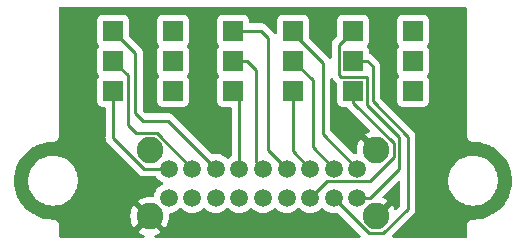
<source format=gbr>
%TF.GenerationSoftware,KiCad,Pcbnew,(6.0.0)*%
%TF.CreationDate,2022-01-24T18:04:17-05:00*%
%TF.ProjectId,3do switch,33646f20-7377-4697-9463-682e6b696361,rev?*%
%TF.SameCoordinates,Original*%
%TF.FileFunction,Copper,L1,Top*%
%TF.FilePolarity,Positive*%
%FSLAX46Y46*%
G04 Gerber Fmt 4.6, Leading zero omitted, Abs format (unit mm)*
G04 Created by KiCad (PCBNEW (6.0.0)) date 2022-01-24 18:04:17*
%MOMM*%
%LPD*%
G01*
G04 APERTURE LIST*
%TA.AperFunction,ComponentPad*%
%ADD10R,1.700000X1.700000*%
%TD*%
%TA.AperFunction,ComponentPad*%
%ADD11C,1.500000*%
%TD*%
%TA.AperFunction,ComponentPad*%
%ADD12C,2.250000*%
%TD*%
%TA.AperFunction,Conductor*%
%ADD13C,0.250000*%
%TD*%
G04 APERTURE END LIST*
D10*
%TO.P,J7,1,Pin_1*%
%TO.N,Net-(J7-Pad1)*%
X152400000Y-91440000D03*
%TD*%
%TO.P,J2,1,Pin_1*%
%TO.N,Net-(J2-Pad1)*%
X137160000Y-88900000D03*
%TD*%
%TO.P,J18,1,Pin_1*%
%TO.N,Net-(J18-Pad1)*%
X157480000Y-86360000D03*
%TD*%
%TO.P,J8,1,Pin_1*%
%TO.N,Net-(J8-Pad1)*%
X152400000Y-88900000D03*
%TD*%
%TO.P,J10,1,Pin_1*%
%TO.N,Net-(J10-Pad1)*%
X142240000Y-91440000D03*
%TD*%
%TO.P,J6,1,Pin_1*%
%TO.N,Net-(J6-Pad1)*%
X147320000Y-86360000D03*
%TD*%
%TO.P,J3,1,Pin_1*%
%TO.N,Net-(J3-Pad1)*%
X137160000Y-86360000D03*
%TD*%
%TO.P,J9,1,Pin_1*%
%TO.N,Net-(J9-Pad1)*%
X152400000Y-86360000D03*
%TD*%
%TO.P,J15,1,Pin_1*%
%TO.N,Net-(J15-Pad1)*%
X162560000Y-86360000D03*
%TD*%
%TO.P,J16,1,Pin_1*%
%TO.N,Net-(J16-Pad1)*%
X157480000Y-91440000D03*
%TD*%
%TO.P,J17,1,Pin_1*%
%TO.N,Net-(J17-Pad1)*%
X157480000Y-88900000D03*
%TD*%
%TO.P,J5,1,Pin_1*%
%TO.N,Net-(J5-Pad1)*%
X147320000Y-88900000D03*
%TD*%
%TO.P,J1,1,Pin_1*%
%TO.N,Net-(J1-Pad1)*%
X137160000Y-91440000D03*
%TD*%
%TO.P,J14,1,Pin_1*%
%TO.N,Net-(J14-Pad1)*%
X162560000Y-88900000D03*
%TD*%
D11*
%TO.P,S1,1,NC_1*%
%TO.N,Net-(J1-Pad1)*%
X141860000Y-98030000D03*
%TO.P,S1,2,COM_1*%
%TO.N,Net-(J2-Pad1)*%
X143860000Y-98030000D03*
%TO.P,S1,3,NO_1*%
%TO.N,Net-(J3-Pad1)*%
X145860000Y-98030000D03*
%TO.P,S1,4,NC_2*%
%TO.N,Net-(J4-Pad1)*%
X147860000Y-98030000D03*
%TO.P,S1,5,COM_2*%
%TO.N,Net-(J5-Pad1)*%
X149860000Y-98030000D03*
%TO.P,S1,6,NO_2*%
%TO.N,Net-(J6-Pad1)*%
X151860000Y-98030000D03*
%TO.P,S1,7,NC_3*%
%TO.N,Net-(J7-Pad1)*%
X153860000Y-98030000D03*
%TO.P,S1,8,COM_3*%
%TO.N,Net-(J8-Pad1)*%
X155860000Y-98030000D03*
%TO.P,S1,9,NO_3*%
%TO.N,Net-(J9-Pad1)*%
X157860000Y-98030000D03*
%TO.P,S1,10,NC_4*%
%TO.N,Net-(J10-Pad1)*%
X141860000Y-100530000D03*
%TO.P,S1,11,COM_4*%
%TO.N,Net-(J11-Pad1)*%
X143860000Y-100530000D03*
%TO.P,S1,12,NO_4*%
%TO.N,Net-(J12-Pad1)*%
X145860000Y-100530000D03*
%TO.P,S1,13,NC_5*%
%TO.N,Net-(J13-Pad1)*%
X147860000Y-100530000D03*
%TO.P,S1,14,COM_5*%
%TO.N,Net-(J14-Pad1)*%
X149860000Y-100530000D03*
%TO.P,S1,15,NO_5*%
%TO.N,Net-(J15-Pad1)*%
X151860000Y-100530000D03*
%TO.P,S1,16,NC_6*%
%TO.N,Net-(J16-Pad1)*%
X153860000Y-100530000D03*
%TO.P,S1,17,COM_6*%
%TO.N,Net-(J17-Pad1)*%
X155860000Y-100530000D03*
%TO.P,S1,18,NO_6*%
%TO.N,Net-(J18-Pad1)*%
X157860000Y-100530000D03*
D12*
%TO.P,S1,MH1,MH1*%
%TO.N,GND*%
X140260000Y-96480000D03*
%TO.P,S1,MH2,MH2*%
X159460000Y-96480000D03*
%TO.P,S1,MH3,MH3*%
X140260000Y-102080000D03*
%TO.P,S1,MH4,MH4*%
X159460000Y-102080000D03*
%TD*%
D10*
%TO.P,J13,1,Pin_1*%
%TO.N,Net-(J13-Pad1)*%
X162560000Y-91440000D03*
%TD*%
%TO.P,J12,1,Pin_1*%
%TO.N,Net-(J12-Pad1)*%
X142240000Y-86360000D03*
%TD*%
%TO.P,J4,1,Pin_1*%
%TO.N,Net-(J4-Pad1)*%
X147320000Y-91440000D03*
%TD*%
%TO.P,J11,1,Pin_1*%
%TO.N,Net-(J11-Pad1)*%
X142240000Y-88900000D03*
%TD*%
D13*
%TO.N,Net-(J1-Pad1)*%
X141860000Y-98030000D02*
X139760081Y-98030000D01*
X139760081Y-98030000D02*
X137160000Y-95429919D01*
X137160000Y-95429919D02*
X137160000Y-91440000D01*
%TO.N,Net-(J2-Pad1)*%
X138404600Y-94335600D02*
X138404600Y-90144600D01*
X138404600Y-90144600D02*
X137160000Y-88900000D01*
X139099489Y-95030489D02*
X138404600Y-94335600D01*
X140860489Y-95030489D02*
X139099489Y-95030489D01*
X143860000Y-98030000D02*
X140860489Y-95030489D01*
%TO.N,Net-(J3-Pad1)*%
X145860000Y-98030000D02*
X141810000Y-93980000D01*
X139674600Y-93980000D02*
X139039600Y-93345000D01*
X139039600Y-93345000D02*
X139039600Y-88239600D01*
X139039600Y-88239600D02*
X137160000Y-86360000D01*
X141810000Y-93980000D02*
X139674600Y-93980000D01*
%TO.N,Net-(J4-Pad1)*%
X147860000Y-91980000D02*
X147320000Y-91440000D01*
X147860000Y-98030000D02*
X147860000Y-91980000D01*
%TO.N,Net-(J5-Pad1)*%
X148463000Y-88900000D02*
X149225000Y-89662000D01*
X149225000Y-97395000D02*
X149860000Y-98030000D01*
X147320000Y-88900000D02*
X148463000Y-88900000D01*
X149225000Y-89662000D02*
X149225000Y-97395000D01*
%TO.N,Net-(J6-Pad1)*%
X149682200Y-86360000D02*
X147320000Y-86360000D01*
X150291800Y-86969600D02*
X149682200Y-86360000D01*
X150291800Y-96461800D02*
X150291800Y-86969600D01*
X151860000Y-98030000D02*
X150291800Y-96461800D01*
%TO.N,Net-(J7-Pad1)*%
X153860000Y-98030000D02*
X152400000Y-96570000D01*
X152400000Y-96570000D02*
X152400000Y-91440000D01*
%TO.N,Net-(J8-Pad1)*%
X154051000Y-96221000D02*
X154051000Y-90551000D01*
X154051000Y-90551000D02*
X152400000Y-88900000D01*
X155860000Y-98030000D02*
X154051000Y-96221000D01*
%TO.N,Net-(J9-Pad1)*%
X152400000Y-86550978D02*
X152400000Y-86360000D01*
X154914600Y-95084600D02*
X154914600Y-89065578D01*
X157860000Y-98030000D02*
X154914600Y-95084600D01*
X154914600Y-89065578D02*
X152400000Y-86550978D01*
%TO.N,Net-(J16-Pad1)*%
X160909511Y-97080408D02*
X160909511Y-95879592D01*
X160909511Y-95879592D02*
X157480000Y-92450081D01*
X157480000Y-92450081D02*
X157480000Y-91440000D01*
X155285489Y-99104511D02*
X158885408Y-99104511D01*
X158885408Y-99104511D02*
X160909511Y-97080408D01*
X153860000Y-100530000D02*
X155285489Y-99104511D01*
%TO.N,Net-(J17-Pad1)*%
X159131000Y-92329000D02*
X159131000Y-89382600D01*
X160060408Y-103529511D02*
X162128200Y-101461719D01*
X162128200Y-101461719D02*
X162128200Y-95326200D01*
X158648400Y-88900000D02*
X157480000Y-88900000D01*
X158859511Y-103529511D02*
X160060408Y-103529511D01*
X162128200Y-95326200D02*
X159131000Y-92329000D01*
X155860000Y-100530000D02*
X158859511Y-103529511D01*
X159131000Y-89382600D02*
X158648400Y-88900000D01*
%TO.N,Net-(J18-Pad1)*%
X158920660Y-100530000D02*
X161359031Y-98091629D01*
X156305489Y-90074511D02*
X156305489Y-87534511D01*
X156305489Y-87534511D02*
X157480000Y-86360000D01*
X158654511Y-90265489D02*
X156496467Y-90265489D01*
X157860000Y-100530000D02*
X158920660Y-100530000D01*
X158654511Y-92690711D02*
X158654511Y-90265489D01*
X156496467Y-90265489D02*
X156305489Y-90074511D01*
X161359031Y-98091629D02*
X161359031Y-95395231D01*
X161359031Y-95395231D02*
X158654511Y-92690711D01*
%TD*%
%TA.AperFunction,Conductor*%
%TO.N,GND*%
G36*
X167074121Y-84348002D02*
G01*
X167120614Y-84401658D01*
X167132000Y-84454000D01*
X167132000Y-95241298D01*
X167131998Y-95242068D01*
X167131524Y-95319652D01*
X167133990Y-95328281D01*
X167133991Y-95328286D01*
X167139639Y-95348048D01*
X167143217Y-95364809D01*
X167146130Y-95385152D01*
X167146133Y-95385162D01*
X167147405Y-95394045D01*
X167158021Y-95417395D01*
X167164464Y-95434907D01*
X167171512Y-95459565D01*
X167187274Y-95484548D01*
X167195404Y-95499614D01*
X167207633Y-95526510D01*
X167224374Y-95545939D01*
X167235479Y-95560947D01*
X167249160Y-95582631D01*
X167255888Y-95588573D01*
X167271296Y-95602181D01*
X167283340Y-95614373D01*
X167286598Y-95618155D01*
X167296660Y-95629831D01*
X167302619Y-95636747D01*
X167310147Y-95641626D01*
X167310150Y-95641629D01*
X167324139Y-95650696D01*
X167339013Y-95661986D01*
X167358228Y-95678956D01*
X167366354Y-95682771D01*
X167366355Y-95682772D01*
X167372021Y-95685432D01*
X167384966Y-95691510D01*
X167399935Y-95699824D01*
X167424727Y-95715893D01*
X167433327Y-95718465D01*
X167449290Y-95723239D01*
X167466736Y-95729901D01*
X167489948Y-95740799D01*
X167519130Y-95745343D01*
X167535849Y-95749126D01*
X167555536Y-95755014D01*
X167555539Y-95755015D01*
X167564141Y-95757587D01*
X167573117Y-95757642D01*
X167573118Y-95757642D01*
X167589785Y-95757744D01*
X167608398Y-95759242D01*
X167624857Y-95761805D01*
X167624861Y-95761805D01*
X167633730Y-95763186D01*
X167652411Y-95760743D01*
X167675342Y-95759852D01*
X167978557Y-95775743D01*
X167991666Y-95777121D01*
X168305910Y-95826892D01*
X168320002Y-95829124D01*
X168332903Y-95831866D01*
X168654002Y-95917904D01*
X168666536Y-95921976D01*
X168976878Y-96041106D01*
X168988926Y-96046470D01*
X169285120Y-96197388D01*
X169296542Y-96203983D01*
X169563167Y-96377131D01*
X169575333Y-96385032D01*
X169585990Y-96392775D01*
X169844348Y-96601989D01*
X169854139Y-96610806D01*
X170089194Y-96845861D01*
X170098011Y-96855652D01*
X170307225Y-97114010D01*
X170314966Y-97124665D01*
X170406959Y-97266321D01*
X170496017Y-97403458D01*
X170502612Y-97414880D01*
X170653530Y-97711074D01*
X170658893Y-97723121D01*
X170755765Y-97975477D01*
X170778022Y-98033459D01*
X170782096Y-98045998D01*
X170840971Y-98265722D01*
X170868134Y-98367098D01*
X170870876Y-98379998D01*
X170891824Y-98512255D01*
X170922879Y-98708331D01*
X170924257Y-98721448D01*
X170941654Y-99053406D01*
X170941654Y-99066594D01*
X170924257Y-99398552D01*
X170922879Y-99411669D01*
X170870876Y-99740002D01*
X170868134Y-99752902D01*
X170795719Y-100023163D01*
X170782098Y-100073997D01*
X170778024Y-100086536D01*
X170677938Y-100347266D01*
X170658894Y-100396878D01*
X170653530Y-100408926D01*
X170502612Y-100705120D01*
X170496017Y-100716542D01*
X170461908Y-100769066D01*
X170314968Y-100995333D01*
X170307225Y-101005990D01*
X170098011Y-101264348D01*
X170089194Y-101274139D01*
X169854139Y-101509194D01*
X169844348Y-101518011D01*
X169585990Y-101727225D01*
X169575335Y-101734966D01*
X169446027Y-101818940D01*
X169296542Y-101916017D01*
X169285120Y-101922612D01*
X168988926Y-102073530D01*
X168976879Y-102078893D01*
X168666536Y-102198024D01*
X168654002Y-102202096D01*
X168366949Y-102279011D01*
X168332902Y-102288134D01*
X168320002Y-102290876D01*
X168003154Y-102341060D01*
X167991669Y-102342879D01*
X167978555Y-102344257D01*
X167682667Y-102359764D01*
X167656688Y-102358436D01*
X167655144Y-102358195D01*
X167655140Y-102358195D01*
X167646270Y-102356814D01*
X167616985Y-102360644D01*
X167599890Y-102361705D01*
X167570348Y-102361524D01*
X167545689Y-102368572D01*
X167527410Y-102372357D01*
X167501984Y-102375682D01*
X167474947Y-102387578D01*
X167458833Y-102393396D01*
X167452791Y-102395122D01*
X167439066Y-102399045D01*
X167439065Y-102399046D01*
X167430435Y-102401512D01*
X167422843Y-102406302D01*
X167422841Y-102406303D01*
X167408753Y-102415192D01*
X167392265Y-102423959D01*
X167381959Y-102428494D01*
X167368793Y-102434287D01*
X167347695Y-102452022D01*
X167346186Y-102453290D01*
X167332358Y-102463393D01*
X167307369Y-102479160D01*
X167301426Y-102485890D01*
X167301425Y-102485890D01*
X167290389Y-102498385D01*
X167277030Y-102511422D01*
X167257404Y-102527920D01*
X167252433Y-102535388D01*
X167252431Y-102535390D01*
X167241040Y-102552503D01*
X167230596Y-102566090D01*
X167211044Y-102588228D01*
X167207231Y-102596350D01*
X167207228Y-102596354D01*
X167200146Y-102611438D01*
X167190982Y-102627702D01*
X167185817Y-102635462D01*
X167176772Y-102649051D01*
X167174095Y-102657618D01*
X167174094Y-102657621D01*
X167167966Y-102677236D01*
X167161753Y-102693213D01*
X167149201Y-102719948D01*
X167147820Y-102728815D01*
X167147820Y-102728816D01*
X167145256Y-102745284D01*
X167141023Y-102763474D01*
X167133378Y-102787945D01*
X167133214Y-102796913D01*
X167133213Y-102796916D01*
X167132736Y-102822948D01*
X167132547Y-102826911D01*
X167132000Y-102830423D01*
X167132000Y-102861955D01*
X167131979Y-102864263D01*
X167130711Y-102933435D01*
X167131748Y-102937238D01*
X167132000Y-102941305D01*
X167132000Y-103760000D01*
X167111998Y-103828121D01*
X167058342Y-103874614D01*
X167006000Y-103886000D01*
X160904013Y-103886000D01*
X160835892Y-103865998D01*
X160789399Y-103812342D01*
X160779295Y-103742068D01*
X160808789Y-103677488D01*
X160814918Y-103670905D01*
X162520447Y-101965376D01*
X162528737Y-101957832D01*
X162535218Y-101953719D01*
X162581859Y-101904051D01*
X162584613Y-101901210D01*
X162604334Y-101881489D01*
X162606812Y-101878294D01*
X162614518Y-101869272D01*
X162639358Y-101842820D01*
X162644786Y-101837040D01*
X162654546Y-101819287D01*
X162665399Y-101802764D01*
X162670303Y-101796442D01*
X162677813Y-101786760D01*
X162695376Y-101746176D01*
X162700583Y-101735546D01*
X162721895Y-101696779D01*
X162723866Y-101689102D01*
X162723868Y-101689097D01*
X162726932Y-101677161D01*
X162733338Y-101658449D01*
X162738234Y-101647136D01*
X162741381Y-101639864D01*
X162748297Y-101596200D01*
X162750704Y-101584579D01*
X162759728Y-101549430D01*
X162759728Y-101549429D01*
X162761700Y-101541749D01*
X162761700Y-101521488D01*
X162763251Y-101501777D01*
X162765179Y-101489604D01*
X162766419Y-101481776D01*
X162762259Y-101437765D01*
X162761700Y-101425908D01*
X162761700Y-99192703D01*
X165530743Y-99192703D01*
X165531302Y-99196947D01*
X165531302Y-99196951D01*
X165534210Y-99219036D01*
X165568268Y-99477734D01*
X165644129Y-99755036D01*
X165645813Y-99758984D01*
X165686460Y-99854278D01*
X165756923Y-100019476D01*
X165904561Y-100266161D01*
X166084313Y-100490528D01*
X166292851Y-100688423D01*
X166526317Y-100856186D01*
X166530112Y-100858195D01*
X166530113Y-100858196D01*
X166551869Y-100869715D01*
X166780392Y-100990712D01*
X167050373Y-101089511D01*
X167331264Y-101150755D01*
X167359841Y-101153004D01*
X167554282Y-101168307D01*
X167554291Y-101168307D01*
X167556739Y-101168500D01*
X167712271Y-101168500D01*
X167714407Y-101168354D01*
X167714418Y-101168354D01*
X167922548Y-101154165D01*
X167922554Y-101154164D01*
X167926825Y-101153873D01*
X167931020Y-101153004D01*
X167931022Y-101153004D01*
X168183787Y-101100659D01*
X168208342Y-101095574D01*
X168479343Y-100999607D01*
X168734812Y-100867750D01*
X168738313Y-100865289D01*
X168738317Y-100865287D01*
X168949959Y-100716542D01*
X168970023Y-100702441D01*
X169131088Y-100552770D01*
X169177479Y-100509661D01*
X169177481Y-100509658D01*
X169180622Y-100506740D01*
X169362713Y-100284268D01*
X169512927Y-100039142D01*
X169628483Y-99775898D01*
X169636851Y-99746524D01*
X169706068Y-99503534D01*
X169707244Y-99499406D01*
X169747751Y-99214784D01*
X169747845Y-99196951D01*
X169749235Y-98931583D01*
X169749235Y-98931576D01*
X169749257Y-98927297D01*
X169741037Y-98864856D01*
X169721287Y-98714847D01*
X169711732Y-98642266D01*
X169708705Y-98631199D01*
X169657067Y-98442443D01*
X169635871Y-98364964D01*
X169625295Y-98340170D01*
X169524763Y-98104476D01*
X169524761Y-98104472D01*
X169523077Y-98100524D01*
X169375439Y-97853839D01*
X169195687Y-97629472D01*
X168987149Y-97431577D01*
X168753683Y-97263814D01*
X168731843Y-97252250D01*
X168559724Y-97161118D01*
X168499608Y-97129288D01*
X168316421Y-97062251D01*
X168233658Y-97031964D01*
X168233656Y-97031963D01*
X168229627Y-97030489D01*
X167948736Y-96969245D01*
X167917685Y-96966801D01*
X167725718Y-96951693D01*
X167725709Y-96951693D01*
X167723261Y-96951500D01*
X167567729Y-96951500D01*
X167565593Y-96951646D01*
X167565582Y-96951646D01*
X167357452Y-96965835D01*
X167357446Y-96965836D01*
X167353175Y-96966127D01*
X167348980Y-96966996D01*
X167348978Y-96966996D01*
X167212417Y-96995276D01*
X167071658Y-97024426D01*
X166800657Y-97120393D01*
X166545188Y-97252250D01*
X166541687Y-97254711D01*
X166541683Y-97254713D01*
X166525167Y-97266321D01*
X166309977Y-97417559D01*
X166099378Y-97613260D01*
X165917287Y-97835732D01*
X165767073Y-98080858D01*
X165651517Y-98344102D01*
X165650342Y-98348229D01*
X165650341Y-98348230D01*
X165641292Y-98379998D01*
X165572756Y-98620594D01*
X165532249Y-98905216D01*
X165532227Y-98909505D01*
X165532226Y-98909512D01*
X165530765Y-99188417D01*
X165530743Y-99192703D01*
X162761700Y-99192703D01*
X162761700Y-95404967D01*
X162762227Y-95393784D01*
X162763902Y-95386291D01*
X162763248Y-95365463D01*
X162761762Y-95318201D01*
X162761700Y-95314243D01*
X162761700Y-95286344D01*
X162761196Y-95282353D01*
X162760263Y-95270511D01*
X162759872Y-95258045D01*
X162758874Y-95226311D01*
X162756662Y-95218697D01*
X162756661Y-95218692D01*
X162753223Y-95206859D01*
X162749212Y-95187495D01*
X162747667Y-95175264D01*
X162746674Y-95167403D01*
X162743757Y-95160036D01*
X162743756Y-95160031D01*
X162730398Y-95126292D01*
X162726554Y-95115065D01*
X162716430Y-95080222D01*
X162714218Y-95072607D01*
X162703907Y-95055172D01*
X162695212Y-95037424D01*
X162687752Y-95018583D01*
X162661764Y-94982813D01*
X162655248Y-94972893D01*
X162636780Y-94941665D01*
X162636778Y-94941662D01*
X162632742Y-94934838D01*
X162618421Y-94920517D01*
X162605580Y-94905483D01*
X162598331Y-94895506D01*
X162593672Y-94889093D01*
X162559595Y-94860902D01*
X162550816Y-94852912D01*
X160036039Y-92338134D01*
X161201500Y-92338134D01*
X161208255Y-92400316D01*
X161259385Y-92536705D01*
X161346739Y-92653261D01*
X161463295Y-92740615D01*
X161599684Y-92791745D01*
X161661866Y-92798500D01*
X163458134Y-92798500D01*
X163520316Y-92791745D01*
X163656705Y-92740615D01*
X163773261Y-92653261D01*
X163860615Y-92536705D01*
X163911745Y-92400316D01*
X163918500Y-92338134D01*
X163918500Y-90541866D01*
X163911745Y-90479684D01*
X163860615Y-90343295D01*
X163787370Y-90245564D01*
X163762522Y-90179059D01*
X163777575Y-90109676D01*
X163787370Y-90094435D01*
X163802295Y-90074521D01*
X163860615Y-89996705D01*
X163911745Y-89860316D01*
X163918500Y-89798134D01*
X163918500Y-88001866D01*
X163911745Y-87939684D01*
X163860615Y-87803295D01*
X163787370Y-87705564D01*
X163762522Y-87639059D01*
X163777575Y-87569676D01*
X163787370Y-87554435D01*
X163802295Y-87534521D01*
X163860615Y-87456705D01*
X163911745Y-87320316D01*
X163918500Y-87258134D01*
X163918500Y-85461866D01*
X163911745Y-85399684D01*
X163860615Y-85263295D01*
X163773261Y-85146739D01*
X163656705Y-85059385D01*
X163520316Y-85008255D01*
X163458134Y-85001500D01*
X161661866Y-85001500D01*
X161599684Y-85008255D01*
X161463295Y-85059385D01*
X161346739Y-85146739D01*
X161259385Y-85263295D01*
X161208255Y-85399684D01*
X161201500Y-85461866D01*
X161201500Y-87258134D01*
X161208255Y-87320316D01*
X161259385Y-87456705D01*
X161317705Y-87534521D01*
X161332630Y-87554435D01*
X161357478Y-87620941D01*
X161342425Y-87690324D01*
X161332632Y-87705562D01*
X161259385Y-87803295D01*
X161208255Y-87939684D01*
X161201500Y-88001866D01*
X161201500Y-89798134D01*
X161208255Y-89860316D01*
X161259385Y-89996705D01*
X161317705Y-90074521D01*
X161332630Y-90094435D01*
X161357478Y-90160941D01*
X161342425Y-90230324D01*
X161332632Y-90245562D01*
X161259385Y-90343295D01*
X161208255Y-90479684D01*
X161201500Y-90541866D01*
X161201500Y-92338134D01*
X160036039Y-92338134D01*
X159801405Y-92103500D01*
X159767379Y-92041188D01*
X159764500Y-92014405D01*
X159764500Y-89461363D01*
X159765027Y-89450179D01*
X159766701Y-89442691D01*
X159764562Y-89374632D01*
X159764500Y-89370675D01*
X159764500Y-89342744D01*
X159763994Y-89338738D01*
X159763061Y-89326892D01*
X159761922Y-89290637D01*
X159761673Y-89282710D01*
X159756022Y-89263258D01*
X159752014Y-89243906D01*
X159750468Y-89231668D01*
X159750467Y-89231666D01*
X159749474Y-89223803D01*
X159733194Y-89182686D01*
X159729359Y-89171485D01*
X159717018Y-89129006D01*
X159712985Y-89122187D01*
X159712983Y-89122182D01*
X159706707Y-89111571D01*
X159698010Y-89093821D01*
X159690552Y-89074983D01*
X159664571Y-89039223D01*
X159658053Y-89029301D01*
X159639578Y-88998060D01*
X159639574Y-88998055D01*
X159635542Y-88991237D01*
X159621218Y-88976913D01*
X159608376Y-88961878D01*
X159596472Y-88945493D01*
X159562406Y-88917311D01*
X159553627Y-88909322D01*
X159152052Y-88507747D01*
X159144512Y-88499461D01*
X159140400Y-88492982D01*
X159090748Y-88446356D01*
X159087907Y-88443602D01*
X159068170Y-88423865D01*
X159064973Y-88421385D01*
X159055951Y-88413680D01*
X159029500Y-88388841D01*
X159023721Y-88383414D01*
X159016775Y-88379595D01*
X159016772Y-88379593D01*
X159005966Y-88373652D01*
X158989447Y-88362801D01*
X158988983Y-88362441D01*
X158973441Y-88350386D01*
X158966172Y-88347241D01*
X158966168Y-88347238D01*
X158932863Y-88332826D01*
X158922203Y-88327604D01*
X158903800Y-88317487D01*
X158853741Y-88267142D01*
X158838500Y-88207072D01*
X158838500Y-88001866D01*
X158831745Y-87939684D01*
X158780615Y-87803295D01*
X158707370Y-87705564D01*
X158682522Y-87639059D01*
X158697575Y-87569676D01*
X158707370Y-87554435D01*
X158722295Y-87534521D01*
X158780615Y-87456705D01*
X158831745Y-87320316D01*
X158838500Y-87258134D01*
X158838500Y-85461866D01*
X158831745Y-85399684D01*
X158780615Y-85263295D01*
X158693261Y-85146739D01*
X158576705Y-85059385D01*
X158440316Y-85008255D01*
X158378134Y-85001500D01*
X156581866Y-85001500D01*
X156519684Y-85008255D01*
X156383295Y-85059385D01*
X156266739Y-85146739D01*
X156179385Y-85263295D01*
X156128255Y-85399684D01*
X156121500Y-85461866D01*
X156121500Y-86770405D01*
X156101498Y-86838526D01*
X156084595Y-86859500D01*
X155913236Y-87030859D01*
X155904950Y-87038399D01*
X155898471Y-87042511D01*
X155893046Y-87048288D01*
X155851846Y-87092162D01*
X155849091Y-87095004D01*
X155829354Y-87114741D01*
X155826874Y-87117938D01*
X155819171Y-87126958D01*
X155788903Y-87159190D01*
X155785084Y-87166136D01*
X155785082Y-87166139D01*
X155779141Y-87176945D01*
X155768290Y-87193464D01*
X155755875Y-87209470D01*
X155752730Y-87216739D01*
X155752727Y-87216743D01*
X155738315Y-87250048D01*
X155733098Y-87260698D01*
X155711794Y-87299451D01*
X155709823Y-87307126D01*
X155709823Y-87307127D01*
X155706756Y-87319073D01*
X155700352Y-87337777D01*
X155692308Y-87356366D01*
X155691069Y-87364189D01*
X155691066Y-87364199D01*
X155685390Y-87400035D01*
X155682984Y-87411655D01*
X155671989Y-87454481D01*
X155671989Y-87474735D01*
X155670438Y-87494445D01*
X155667269Y-87514454D01*
X155668015Y-87522346D01*
X155671430Y-87558472D01*
X155671989Y-87570330D01*
X155671989Y-88641177D01*
X155651987Y-88709298D01*
X155598331Y-88755791D01*
X155528057Y-88765895D01*
X155463477Y-88736401D01*
X155437535Y-88705316D01*
X155423176Y-88681036D01*
X155423176Y-88681035D01*
X155419142Y-88674215D01*
X155404818Y-88659891D01*
X155391976Y-88644856D01*
X155389303Y-88641177D01*
X155380072Y-88628471D01*
X155346006Y-88600289D01*
X155337227Y-88592300D01*
X153795405Y-87050478D01*
X153761379Y-86988166D01*
X153758500Y-86961383D01*
X153758500Y-85461866D01*
X153751745Y-85399684D01*
X153700615Y-85263295D01*
X153613261Y-85146739D01*
X153496705Y-85059385D01*
X153360316Y-85008255D01*
X153298134Y-85001500D01*
X151501866Y-85001500D01*
X151439684Y-85008255D01*
X151303295Y-85059385D01*
X151186739Y-85146739D01*
X151099385Y-85263295D01*
X151048255Y-85399684D01*
X151041500Y-85461866D01*
X151041500Y-86532200D01*
X151021498Y-86600321D01*
X150967842Y-86646814D01*
X150897568Y-86656918D01*
X150832988Y-86627424D01*
X150807049Y-86596342D01*
X150796342Y-86578238D01*
X150782021Y-86563917D01*
X150769180Y-86548883D01*
X150761932Y-86538907D01*
X150757272Y-86532493D01*
X150723207Y-86504312D01*
X150714426Y-86496322D01*
X150185847Y-85967742D01*
X150178313Y-85959463D01*
X150174200Y-85952982D01*
X150124548Y-85906356D01*
X150121707Y-85903602D01*
X150101970Y-85883865D01*
X150098773Y-85881385D01*
X150089751Y-85873680D01*
X150063300Y-85848841D01*
X150057521Y-85843414D01*
X150050575Y-85839595D01*
X150050572Y-85839593D01*
X150039766Y-85833652D01*
X150023247Y-85822801D01*
X150022783Y-85822441D01*
X150007241Y-85810386D01*
X149999972Y-85807241D01*
X149999968Y-85807238D01*
X149966663Y-85792826D01*
X149956013Y-85787609D01*
X149917260Y-85766305D01*
X149897637Y-85761267D01*
X149878934Y-85754863D01*
X149867620Y-85749967D01*
X149867619Y-85749967D01*
X149860345Y-85746819D01*
X149852522Y-85745580D01*
X149852512Y-85745577D01*
X149816676Y-85739901D01*
X149805056Y-85737495D01*
X149769911Y-85728472D01*
X149769910Y-85728472D01*
X149762230Y-85726500D01*
X149741976Y-85726500D01*
X149722265Y-85724949D01*
X149710086Y-85723020D01*
X149702257Y-85721780D01*
X149694365Y-85722526D01*
X149658239Y-85725941D01*
X149646381Y-85726500D01*
X148804500Y-85726500D01*
X148736379Y-85706498D01*
X148689886Y-85652842D01*
X148678500Y-85600500D01*
X148678500Y-85461866D01*
X148671745Y-85399684D01*
X148620615Y-85263295D01*
X148533261Y-85146739D01*
X148416705Y-85059385D01*
X148280316Y-85008255D01*
X148218134Y-85001500D01*
X146421866Y-85001500D01*
X146359684Y-85008255D01*
X146223295Y-85059385D01*
X146106739Y-85146739D01*
X146019385Y-85263295D01*
X145968255Y-85399684D01*
X145961500Y-85461866D01*
X145961500Y-87258134D01*
X145968255Y-87320316D01*
X146019385Y-87456705D01*
X146077705Y-87534521D01*
X146092630Y-87554435D01*
X146117478Y-87620941D01*
X146102425Y-87690324D01*
X146092632Y-87705562D01*
X146019385Y-87803295D01*
X145968255Y-87939684D01*
X145961500Y-88001866D01*
X145961500Y-89798134D01*
X145968255Y-89860316D01*
X146019385Y-89996705D01*
X146077705Y-90074521D01*
X146092630Y-90094435D01*
X146117478Y-90160941D01*
X146102425Y-90230324D01*
X146092632Y-90245562D01*
X146019385Y-90343295D01*
X145968255Y-90479684D01*
X145961500Y-90541866D01*
X145961500Y-92338134D01*
X145968255Y-92400316D01*
X146019385Y-92536705D01*
X146106739Y-92653261D01*
X146223295Y-92740615D01*
X146359684Y-92791745D01*
X146421866Y-92798500D01*
X147100500Y-92798500D01*
X147168621Y-92818502D01*
X147215114Y-92872158D01*
X147226500Y-92924500D01*
X147226500Y-96871646D01*
X147206498Y-96939767D01*
X147172772Y-96974858D01*
X147128501Y-97005857D01*
X147052473Y-97059092D01*
X147052470Y-97059094D01*
X147047962Y-97062251D01*
X146949095Y-97161118D01*
X146886783Y-97195144D01*
X146815968Y-97190079D01*
X146770905Y-97161118D01*
X146672038Y-97062251D01*
X146626678Y-97030489D01*
X146592759Y-97006739D01*
X146491654Y-96935944D01*
X146292076Y-96842880D01*
X146079371Y-96785885D01*
X145860000Y-96766693D01*
X145640629Y-96785885D01*
X145635314Y-96787309D01*
X145635315Y-96787309D01*
X145609283Y-96794284D01*
X145538306Y-96792594D01*
X145487577Y-96761672D01*
X142313652Y-93587747D01*
X142306112Y-93579461D01*
X142302000Y-93572982D01*
X142252348Y-93526356D01*
X142249507Y-93523602D01*
X142229770Y-93503865D01*
X142226573Y-93501385D01*
X142217551Y-93493680D01*
X142191100Y-93468841D01*
X142185321Y-93463414D01*
X142178375Y-93459595D01*
X142178372Y-93459593D01*
X142167566Y-93453652D01*
X142151047Y-93442801D01*
X142150583Y-93442441D01*
X142135041Y-93430386D01*
X142127772Y-93427241D01*
X142127768Y-93427238D01*
X142094463Y-93412826D01*
X142083813Y-93407609D01*
X142045060Y-93386305D01*
X142025437Y-93381267D01*
X142006734Y-93374863D01*
X141995420Y-93369967D01*
X141995419Y-93369967D01*
X141988145Y-93366819D01*
X141980322Y-93365580D01*
X141980312Y-93365577D01*
X141944476Y-93359901D01*
X141932856Y-93357495D01*
X141897711Y-93348472D01*
X141897710Y-93348472D01*
X141890030Y-93346500D01*
X141869776Y-93346500D01*
X141850065Y-93344949D01*
X141837886Y-93343020D01*
X141830057Y-93341780D01*
X141822165Y-93342526D01*
X141786039Y-93345941D01*
X141774181Y-93346500D01*
X139989195Y-93346500D01*
X139921074Y-93326498D01*
X139900099Y-93309595D01*
X139710004Y-93119499D01*
X139675979Y-93057187D01*
X139673100Y-93030404D01*
X139673100Y-92338134D01*
X140881500Y-92338134D01*
X140888255Y-92400316D01*
X140939385Y-92536705D01*
X141026739Y-92653261D01*
X141143295Y-92740615D01*
X141279684Y-92791745D01*
X141341866Y-92798500D01*
X143138134Y-92798500D01*
X143200316Y-92791745D01*
X143336705Y-92740615D01*
X143453261Y-92653261D01*
X143540615Y-92536705D01*
X143591745Y-92400316D01*
X143598500Y-92338134D01*
X143598500Y-90541866D01*
X143591745Y-90479684D01*
X143540615Y-90343295D01*
X143467370Y-90245564D01*
X143442522Y-90179059D01*
X143457575Y-90109676D01*
X143467370Y-90094435D01*
X143482295Y-90074521D01*
X143540615Y-89996705D01*
X143591745Y-89860316D01*
X143598500Y-89798134D01*
X143598500Y-88001866D01*
X143591745Y-87939684D01*
X143540615Y-87803295D01*
X143467370Y-87705564D01*
X143442522Y-87639059D01*
X143457575Y-87569676D01*
X143467370Y-87554435D01*
X143482295Y-87534521D01*
X143540615Y-87456705D01*
X143591745Y-87320316D01*
X143598500Y-87258134D01*
X143598500Y-85461866D01*
X143591745Y-85399684D01*
X143540615Y-85263295D01*
X143453261Y-85146739D01*
X143336705Y-85059385D01*
X143200316Y-85008255D01*
X143138134Y-85001500D01*
X141341866Y-85001500D01*
X141279684Y-85008255D01*
X141143295Y-85059385D01*
X141026739Y-85146739D01*
X140939385Y-85263295D01*
X140888255Y-85399684D01*
X140881500Y-85461866D01*
X140881500Y-87258134D01*
X140888255Y-87320316D01*
X140939385Y-87456705D01*
X140997705Y-87534521D01*
X141012630Y-87554435D01*
X141037478Y-87620941D01*
X141022425Y-87690324D01*
X141012632Y-87705562D01*
X140939385Y-87803295D01*
X140888255Y-87939684D01*
X140881500Y-88001866D01*
X140881500Y-89798134D01*
X140888255Y-89860316D01*
X140939385Y-89996705D01*
X140997705Y-90074521D01*
X141012630Y-90094435D01*
X141037478Y-90160941D01*
X141022425Y-90230324D01*
X141012632Y-90245562D01*
X140939385Y-90343295D01*
X140888255Y-90479684D01*
X140881500Y-90541866D01*
X140881500Y-92338134D01*
X139673100Y-92338134D01*
X139673100Y-88318367D01*
X139673627Y-88307184D01*
X139675302Y-88299691D01*
X139675012Y-88290444D01*
X139673162Y-88231601D01*
X139673100Y-88227643D01*
X139673100Y-88199744D01*
X139672596Y-88195753D01*
X139671663Y-88183911D01*
X139670523Y-88147636D01*
X139670274Y-88139711D01*
X139668062Y-88132097D01*
X139668061Y-88132092D01*
X139664623Y-88120259D01*
X139660612Y-88100895D01*
X139659067Y-88088664D01*
X139658074Y-88080803D01*
X139655157Y-88073436D01*
X139655156Y-88073431D01*
X139641798Y-88039692D01*
X139637954Y-88028465D01*
X139635832Y-88021161D01*
X139625618Y-87986007D01*
X139615307Y-87968572D01*
X139606612Y-87950824D01*
X139599152Y-87931983D01*
X139573164Y-87896213D01*
X139566648Y-87886293D01*
X139548180Y-87855065D01*
X139548178Y-87855062D01*
X139544142Y-87848238D01*
X139529821Y-87833917D01*
X139516980Y-87818883D01*
X139509731Y-87808906D01*
X139505072Y-87802493D01*
X139498968Y-87797443D01*
X139498963Y-87797438D01*
X139471002Y-87774307D01*
X139462221Y-87766317D01*
X138555404Y-86859499D01*
X138521379Y-86797187D01*
X138518500Y-86770404D01*
X138518500Y-85461866D01*
X138511745Y-85399684D01*
X138460615Y-85263295D01*
X138373261Y-85146739D01*
X138256705Y-85059385D01*
X138120316Y-85008255D01*
X138058134Y-85001500D01*
X136261866Y-85001500D01*
X136199684Y-85008255D01*
X136063295Y-85059385D01*
X135946739Y-85146739D01*
X135859385Y-85263295D01*
X135808255Y-85399684D01*
X135801500Y-85461866D01*
X135801500Y-87258134D01*
X135808255Y-87320316D01*
X135859385Y-87456705D01*
X135917705Y-87534521D01*
X135932630Y-87554435D01*
X135957478Y-87620941D01*
X135942425Y-87690324D01*
X135932632Y-87705562D01*
X135859385Y-87803295D01*
X135808255Y-87939684D01*
X135801500Y-88001866D01*
X135801500Y-89798134D01*
X135808255Y-89860316D01*
X135859385Y-89996705D01*
X135917705Y-90074521D01*
X135932630Y-90094435D01*
X135957478Y-90160941D01*
X135942425Y-90230324D01*
X135932632Y-90245562D01*
X135859385Y-90343295D01*
X135808255Y-90479684D01*
X135801500Y-90541866D01*
X135801500Y-92338134D01*
X135808255Y-92400316D01*
X135859385Y-92536705D01*
X135946739Y-92653261D01*
X136063295Y-92740615D01*
X136199684Y-92791745D01*
X136261866Y-92798500D01*
X136400500Y-92798500D01*
X136468621Y-92818502D01*
X136515114Y-92872158D01*
X136526500Y-92924500D01*
X136526500Y-95351152D01*
X136525973Y-95362335D01*
X136524298Y-95369828D01*
X136524547Y-95377754D01*
X136524547Y-95377755D01*
X136526438Y-95437905D01*
X136526500Y-95441864D01*
X136526500Y-95469775D01*
X136526997Y-95473709D01*
X136526997Y-95473710D01*
X136527005Y-95473775D01*
X136527938Y-95485612D01*
X136529327Y-95529808D01*
X136534978Y-95549258D01*
X136538987Y-95568619D01*
X136541526Y-95588716D01*
X136544445Y-95596087D01*
X136544445Y-95596089D01*
X136557804Y-95629831D01*
X136561649Y-95641061D01*
X136571771Y-95675902D01*
X136573982Y-95683512D01*
X136578015Y-95690331D01*
X136578017Y-95690336D01*
X136584293Y-95700947D01*
X136592988Y-95718695D01*
X136600448Y-95737536D01*
X136605110Y-95743952D01*
X136605110Y-95743953D01*
X136626436Y-95773306D01*
X136632952Y-95783226D01*
X136655458Y-95821281D01*
X136669779Y-95835602D01*
X136682619Y-95850635D01*
X136694528Y-95867026D01*
X136700634Y-95872077D01*
X136728605Y-95895217D01*
X136737384Y-95903207D01*
X139256429Y-98422253D01*
X139263969Y-98430539D01*
X139268081Y-98437018D01*
X139273858Y-98442443D01*
X139317732Y-98483643D01*
X139320574Y-98486398D01*
X139340311Y-98506135D01*
X139343508Y-98508615D01*
X139352528Y-98516318D01*
X139384760Y-98546586D01*
X139391706Y-98550405D01*
X139391709Y-98550407D01*
X139402515Y-98556348D01*
X139419034Y-98567199D01*
X139435040Y-98579614D01*
X139442309Y-98582759D01*
X139442313Y-98582762D01*
X139475618Y-98597174D01*
X139486268Y-98602391D01*
X139525021Y-98623695D01*
X139532696Y-98625666D01*
X139532697Y-98625666D01*
X139544643Y-98628733D01*
X139563348Y-98635137D01*
X139581936Y-98643181D01*
X139589759Y-98644420D01*
X139589769Y-98644423D01*
X139625605Y-98650099D01*
X139637225Y-98652505D01*
X139670937Y-98661160D01*
X139680051Y-98663500D01*
X139700305Y-98663500D01*
X139720015Y-98665051D01*
X139740024Y-98668220D01*
X139747916Y-98667474D01*
X139784042Y-98664059D01*
X139795900Y-98663500D01*
X140701646Y-98663500D01*
X140769767Y-98683502D01*
X140804858Y-98717228D01*
X140892251Y-98842038D01*
X141047962Y-98997749D01*
X141052471Y-99000906D01*
X141052473Y-99000908D01*
X141105443Y-99037998D01*
X141228346Y-99124056D01*
X141233331Y-99126380D01*
X141233337Y-99126384D01*
X141317877Y-99165805D01*
X141371163Y-99212722D01*
X141390624Y-99280999D01*
X141370082Y-99348959D01*
X141317878Y-99394195D01*
X141233334Y-99433618D01*
X141233329Y-99433621D01*
X141228347Y-99435944D01*
X141223840Y-99439100D01*
X141223838Y-99439101D01*
X141052473Y-99559092D01*
X141052470Y-99559094D01*
X141047962Y-99562251D01*
X140892251Y-99717962D01*
X140889094Y-99722470D01*
X140889092Y-99722473D01*
X140796801Y-99854278D01*
X140765944Y-99898347D01*
X140763621Y-99903329D01*
X140763618Y-99903334D01*
X140716415Y-100004562D01*
X140672880Y-100097924D01*
X140615885Y-100310629D01*
X140615406Y-100316105D01*
X140612927Y-100344439D01*
X140587063Y-100410557D01*
X140529560Y-100452197D01*
X140477520Y-100459069D01*
X140264930Y-100442338D01*
X140255070Y-100442338D01*
X140008687Y-100461729D01*
X139998940Y-100463272D01*
X139758627Y-100520967D01*
X139749242Y-100524016D01*
X139520915Y-100618592D01*
X139512121Y-100623073D01*
X139306072Y-100749340D01*
X139300810Y-100757401D01*
X139306817Y-100767607D01*
X141570934Y-103031724D01*
X141584471Y-103039116D01*
X141589740Y-103035430D01*
X141716927Y-102827879D01*
X141721408Y-102819085D01*
X141815984Y-102590758D01*
X141819033Y-102581373D01*
X141876728Y-102341060D01*
X141878271Y-102331313D01*
X141897662Y-102084930D01*
X141897662Y-102075070D01*
X141885181Y-101916482D01*
X141899777Y-101847002D01*
X141949620Y-101796442D01*
X141999810Y-101781075D01*
X142079371Y-101774115D01*
X142292076Y-101717120D01*
X142491654Y-101624056D01*
X142620524Y-101533820D01*
X142667527Y-101500908D01*
X142667529Y-101500906D01*
X142672038Y-101497749D01*
X142770905Y-101398882D01*
X142833217Y-101364856D01*
X142904032Y-101369921D01*
X142949095Y-101398882D01*
X143047962Y-101497749D01*
X143052471Y-101500906D01*
X143052473Y-101500908D01*
X143099476Y-101533820D01*
X143228346Y-101624056D01*
X143427924Y-101717120D01*
X143640629Y-101774115D01*
X143860000Y-101793307D01*
X144079371Y-101774115D01*
X144292076Y-101717120D01*
X144491654Y-101624056D01*
X144620524Y-101533820D01*
X144667527Y-101500908D01*
X144667529Y-101500906D01*
X144672038Y-101497749D01*
X144770905Y-101398882D01*
X144833217Y-101364856D01*
X144904032Y-101369921D01*
X144949095Y-101398882D01*
X145047962Y-101497749D01*
X145052471Y-101500906D01*
X145052473Y-101500908D01*
X145099476Y-101533820D01*
X145228346Y-101624056D01*
X145427924Y-101717120D01*
X145640629Y-101774115D01*
X145860000Y-101793307D01*
X146079371Y-101774115D01*
X146292076Y-101717120D01*
X146491654Y-101624056D01*
X146620524Y-101533820D01*
X146667527Y-101500908D01*
X146667529Y-101500906D01*
X146672038Y-101497749D01*
X146770905Y-101398882D01*
X146833217Y-101364856D01*
X146904032Y-101369921D01*
X146949095Y-101398882D01*
X147047962Y-101497749D01*
X147052471Y-101500906D01*
X147052473Y-101500908D01*
X147099476Y-101533820D01*
X147228346Y-101624056D01*
X147427924Y-101717120D01*
X147640629Y-101774115D01*
X147860000Y-101793307D01*
X148079371Y-101774115D01*
X148292076Y-101717120D01*
X148491654Y-101624056D01*
X148620524Y-101533820D01*
X148667527Y-101500908D01*
X148667529Y-101500906D01*
X148672038Y-101497749D01*
X148770905Y-101398882D01*
X148833217Y-101364856D01*
X148904032Y-101369921D01*
X148949095Y-101398882D01*
X149047962Y-101497749D01*
X149052471Y-101500906D01*
X149052473Y-101500908D01*
X149099476Y-101533820D01*
X149228346Y-101624056D01*
X149427924Y-101717120D01*
X149640629Y-101774115D01*
X149860000Y-101793307D01*
X150079371Y-101774115D01*
X150292076Y-101717120D01*
X150491654Y-101624056D01*
X150620524Y-101533820D01*
X150667527Y-101500908D01*
X150667529Y-101500906D01*
X150672038Y-101497749D01*
X150770905Y-101398882D01*
X150833217Y-101364856D01*
X150904032Y-101369921D01*
X150949095Y-101398882D01*
X151047962Y-101497749D01*
X151052471Y-101500906D01*
X151052473Y-101500908D01*
X151099476Y-101533820D01*
X151228346Y-101624056D01*
X151427924Y-101717120D01*
X151640629Y-101774115D01*
X151860000Y-101793307D01*
X152079371Y-101774115D01*
X152292076Y-101717120D01*
X152491654Y-101624056D01*
X152620524Y-101533820D01*
X152667527Y-101500908D01*
X152667529Y-101500906D01*
X152672038Y-101497749D01*
X152770905Y-101398882D01*
X152833217Y-101364856D01*
X152904032Y-101369921D01*
X152949095Y-101398882D01*
X153047962Y-101497749D01*
X153052471Y-101500906D01*
X153052473Y-101500908D01*
X153099476Y-101533820D01*
X153228346Y-101624056D01*
X153427924Y-101717120D01*
X153640629Y-101774115D01*
X153860000Y-101793307D01*
X154079371Y-101774115D01*
X154292076Y-101717120D01*
X154491654Y-101624056D01*
X154620524Y-101533820D01*
X154667527Y-101500908D01*
X154667529Y-101500906D01*
X154672038Y-101497749D01*
X154770905Y-101398882D01*
X154833217Y-101364856D01*
X154904032Y-101369921D01*
X154949095Y-101398882D01*
X155047962Y-101497749D01*
X155052471Y-101500906D01*
X155052473Y-101500908D01*
X155099476Y-101533820D01*
X155228346Y-101624056D01*
X155427924Y-101717120D01*
X155640629Y-101774115D01*
X155860000Y-101793307D01*
X156079371Y-101774115D01*
X156084681Y-101772692D01*
X156084688Y-101772691D01*
X156110719Y-101765716D01*
X156181696Y-101767406D01*
X156232424Y-101798328D01*
X158105001Y-103670905D01*
X158139027Y-103733217D01*
X158133962Y-103804032D01*
X158091415Y-103860868D01*
X158024895Y-103885679D01*
X158015906Y-103886000D01*
X140796821Y-103886000D01*
X140728700Y-103865998D01*
X140682207Y-103812342D01*
X140672103Y-103742068D01*
X140701597Y-103677488D01*
X140757883Y-103640167D01*
X140770762Y-103635982D01*
X140999085Y-103541408D01*
X141007879Y-103536927D01*
X141213928Y-103410660D01*
X141219190Y-103402599D01*
X141213183Y-103392393D01*
X140272812Y-102452022D01*
X140258868Y-102444408D01*
X140257035Y-102444539D01*
X140250420Y-102448790D01*
X139308276Y-103390934D01*
X139300884Y-103404471D01*
X139304570Y-103409740D01*
X139512121Y-103536927D01*
X139520915Y-103541408D01*
X139749238Y-103635982D01*
X139762117Y-103640167D01*
X139820722Y-103680242D01*
X139848358Y-103745639D01*
X139836250Y-103815595D01*
X139788244Y-103867901D01*
X139723179Y-103886000D01*
X132714000Y-103886000D01*
X132645879Y-103865998D01*
X132599386Y-103812342D01*
X132588000Y-103760000D01*
X132588000Y-102878702D01*
X132588002Y-102877932D01*
X132588007Y-102877078D01*
X132588476Y-102800348D01*
X132586010Y-102791719D01*
X132586009Y-102791714D01*
X132580361Y-102771952D01*
X132576783Y-102755191D01*
X132573870Y-102734848D01*
X132573867Y-102734838D01*
X132572595Y-102725955D01*
X132561979Y-102702605D01*
X132555536Y-102685093D01*
X132550954Y-102669063D01*
X132548488Y-102660435D01*
X132532726Y-102635452D01*
X132524596Y-102620386D01*
X132512367Y-102593490D01*
X132495626Y-102574061D01*
X132484521Y-102559053D01*
X132475630Y-102544961D01*
X132470840Y-102537369D01*
X132448703Y-102517818D01*
X132436659Y-102505626D01*
X132436464Y-102505399D01*
X132417381Y-102483253D01*
X132409853Y-102478374D01*
X132409850Y-102478371D01*
X132395861Y-102469304D01*
X132380987Y-102458014D01*
X132374202Y-102452022D01*
X132361772Y-102441044D01*
X132353646Y-102437229D01*
X132353645Y-102437228D01*
X132347979Y-102434568D01*
X132335034Y-102428490D01*
X132320065Y-102420176D01*
X132295273Y-102404107D01*
X132270709Y-102396761D01*
X132253264Y-102390099D01*
X132247892Y-102387577D01*
X132230052Y-102379201D01*
X132200870Y-102374657D01*
X132184151Y-102370874D01*
X132164464Y-102364986D01*
X132164461Y-102364985D01*
X132155859Y-102362413D01*
X132146883Y-102362358D01*
X132146882Y-102362358D01*
X132130215Y-102362256D01*
X132111602Y-102360758D01*
X132095143Y-102358195D01*
X132095139Y-102358195D01*
X132086270Y-102356814D01*
X132067589Y-102359257D01*
X132044658Y-102360148D01*
X131741443Y-102344257D01*
X131728334Y-102342879D01*
X131399998Y-102290876D01*
X131387098Y-102288134D01*
X131353051Y-102279011D01*
X131065998Y-102202096D01*
X131053464Y-102198024D01*
X130758848Y-102084930D01*
X138622338Y-102084930D01*
X138641729Y-102331313D01*
X138643272Y-102341060D01*
X138700967Y-102581373D01*
X138704016Y-102590758D01*
X138798592Y-102819085D01*
X138803073Y-102827879D01*
X138929340Y-103033928D01*
X138937401Y-103039190D01*
X138947607Y-103033183D01*
X139887978Y-102092812D01*
X139895592Y-102078868D01*
X139895461Y-102077035D01*
X139891210Y-102070420D01*
X138949066Y-101128276D01*
X138935529Y-101120884D01*
X138930260Y-101124570D01*
X138803073Y-101332121D01*
X138798592Y-101340915D01*
X138704016Y-101569242D01*
X138700967Y-101578627D01*
X138643272Y-101818940D01*
X138641729Y-101828687D01*
X138622338Y-102075070D01*
X138622338Y-102084930D01*
X130758848Y-102084930D01*
X130743121Y-102078893D01*
X130731074Y-102073530D01*
X130434880Y-101922612D01*
X130423458Y-101916017D01*
X130273973Y-101818940D01*
X130144665Y-101734966D01*
X130134010Y-101727225D01*
X129875652Y-101518011D01*
X129865861Y-101509194D01*
X129630806Y-101274139D01*
X129621989Y-101264348D01*
X129412775Y-101005990D01*
X129405032Y-100995333D01*
X129258093Y-100769066D01*
X129223983Y-100716542D01*
X129217388Y-100705120D01*
X129066470Y-100408926D01*
X129061106Y-100396878D01*
X129042062Y-100347266D01*
X128941976Y-100086536D01*
X128937902Y-100073997D01*
X128924282Y-100023163D01*
X128851866Y-99752902D01*
X128849124Y-99740002D01*
X128797121Y-99411669D01*
X128795743Y-99398552D01*
X128784955Y-99192703D01*
X129970743Y-99192703D01*
X129971302Y-99196947D01*
X129971302Y-99196951D01*
X129974210Y-99219036D01*
X130008268Y-99477734D01*
X130084129Y-99755036D01*
X130085813Y-99758984D01*
X130126460Y-99854278D01*
X130196923Y-100019476D01*
X130344561Y-100266161D01*
X130524313Y-100490528D01*
X130732851Y-100688423D01*
X130966317Y-100856186D01*
X130970112Y-100858195D01*
X130970113Y-100858196D01*
X130991869Y-100869715D01*
X131220392Y-100990712D01*
X131490373Y-101089511D01*
X131771264Y-101150755D01*
X131799841Y-101153004D01*
X131994282Y-101168307D01*
X131994291Y-101168307D01*
X131996739Y-101168500D01*
X132152271Y-101168500D01*
X132154407Y-101168354D01*
X132154418Y-101168354D01*
X132362548Y-101154165D01*
X132362554Y-101154164D01*
X132366825Y-101153873D01*
X132371020Y-101153004D01*
X132371022Y-101153004D01*
X132623787Y-101100659D01*
X132648342Y-101095574D01*
X132919343Y-100999607D01*
X133174812Y-100867750D01*
X133178313Y-100865289D01*
X133178317Y-100865287D01*
X133389959Y-100716542D01*
X133410023Y-100702441D01*
X133571088Y-100552770D01*
X133617479Y-100509661D01*
X133617481Y-100509658D01*
X133620622Y-100506740D01*
X133802713Y-100284268D01*
X133952927Y-100039142D01*
X134068483Y-99775898D01*
X134076851Y-99746524D01*
X134146068Y-99503534D01*
X134147244Y-99499406D01*
X134187751Y-99214784D01*
X134187845Y-99196951D01*
X134189235Y-98931583D01*
X134189235Y-98931576D01*
X134189257Y-98927297D01*
X134181037Y-98864856D01*
X134161287Y-98714847D01*
X134151732Y-98642266D01*
X134148705Y-98631199D01*
X134097067Y-98442443D01*
X134075871Y-98364964D01*
X134065295Y-98340170D01*
X133964763Y-98104476D01*
X133964761Y-98104472D01*
X133963077Y-98100524D01*
X133815439Y-97853839D01*
X133635687Y-97629472D01*
X133427149Y-97431577D01*
X133193683Y-97263814D01*
X133171843Y-97252250D01*
X132999724Y-97161118D01*
X132939608Y-97129288D01*
X132756421Y-97062251D01*
X132673658Y-97031964D01*
X132673656Y-97031963D01*
X132669627Y-97030489D01*
X132388736Y-96969245D01*
X132357685Y-96966801D01*
X132165718Y-96951693D01*
X132165709Y-96951693D01*
X132163261Y-96951500D01*
X132007729Y-96951500D01*
X132005593Y-96951646D01*
X132005582Y-96951646D01*
X131797452Y-96965835D01*
X131797446Y-96965836D01*
X131793175Y-96966127D01*
X131788980Y-96966996D01*
X131788978Y-96966996D01*
X131652417Y-96995276D01*
X131511658Y-97024426D01*
X131240657Y-97120393D01*
X130985188Y-97252250D01*
X130981687Y-97254711D01*
X130981683Y-97254713D01*
X130965167Y-97266321D01*
X130749977Y-97417559D01*
X130539378Y-97613260D01*
X130357287Y-97835732D01*
X130207073Y-98080858D01*
X130091517Y-98344102D01*
X130090342Y-98348229D01*
X130090341Y-98348230D01*
X130081292Y-98379998D01*
X130012756Y-98620594D01*
X129972249Y-98905216D01*
X129972227Y-98909505D01*
X129972226Y-98909512D01*
X129970765Y-99188417D01*
X129970743Y-99192703D01*
X128784955Y-99192703D01*
X128778346Y-99066594D01*
X128778346Y-99053406D01*
X128795743Y-98721448D01*
X128797121Y-98708331D01*
X128828177Y-98512255D01*
X128849124Y-98379998D01*
X128851866Y-98367098D01*
X128879029Y-98265722D01*
X128937904Y-98045998D01*
X128941978Y-98033459D01*
X128964236Y-97975477D01*
X129061107Y-97723121D01*
X129066470Y-97711074D01*
X129217388Y-97414880D01*
X129223983Y-97403458D01*
X129313041Y-97266321D01*
X129405034Y-97124665D01*
X129412775Y-97114010D01*
X129621989Y-96855652D01*
X129630806Y-96845861D01*
X129865861Y-96610806D01*
X129875652Y-96601989D01*
X130134010Y-96392775D01*
X130144667Y-96385032D01*
X130156834Y-96377131D01*
X130423458Y-96203983D01*
X130434880Y-96197388D01*
X130731074Y-96046470D01*
X130743122Y-96041106D01*
X131053464Y-95921976D01*
X131065998Y-95917904D01*
X131387097Y-95831866D01*
X131399998Y-95829124D01*
X131449517Y-95821281D01*
X131728332Y-95777121D01*
X131741445Y-95775743D01*
X132037333Y-95760236D01*
X132063312Y-95761564D01*
X132064856Y-95761805D01*
X132064860Y-95761805D01*
X132073730Y-95763186D01*
X132103015Y-95759356D01*
X132120110Y-95758295D01*
X132149652Y-95758476D01*
X132174311Y-95751428D01*
X132192590Y-95747643D01*
X132218016Y-95744318D01*
X132245053Y-95732422D01*
X132261168Y-95726604D01*
X132263555Y-95725922D01*
X132272942Y-95723239D01*
X132280934Y-95720955D01*
X132280935Y-95720954D01*
X132289565Y-95718488D01*
X132297157Y-95713698D01*
X132297159Y-95713697D01*
X132311247Y-95704808D01*
X132327735Y-95696041D01*
X132342987Y-95689330D01*
X132342988Y-95689330D01*
X132351207Y-95685713D01*
X132373814Y-95666710D01*
X132387642Y-95656607D01*
X132412631Y-95640840D01*
X132418575Y-95634110D01*
X132429611Y-95621615D01*
X132442971Y-95608577D01*
X132455727Y-95597854D01*
X132462596Y-95592080D01*
X132470570Y-95580102D01*
X132478960Y-95567497D01*
X132489407Y-95553907D01*
X132508956Y-95531772D01*
X132512769Y-95523650D01*
X132512772Y-95523646D01*
X132519854Y-95508562D01*
X132529018Y-95492298D01*
X132538253Y-95478423D01*
X132543228Y-95470949D01*
X132549481Y-95450937D01*
X132552034Y-95442764D01*
X132558247Y-95426787D01*
X132566984Y-95408178D01*
X132566984Y-95408177D01*
X132570799Y-95400052D01*
X132574745Y-95374714D01*
X132578977Y-95356526D01*
X132583947Y-95340619D01*
X132583948Y-95340616D01*
X132586622Y-95332055D01*
X132586850Y-95319652D01*
X132587264Y-95297052D01*
X132587453Y-95293089D01*
X132588000Y-95289577D01*
X132588000Y-95258045D01*
X132588021Y-95255736D01*
X132589289Y-95186565D01*
X132588252Y-95182762D01*
X132588000Y-95178695D01*
X132588000Y-84454000D01*
X132608002Y-84385879D01*
X132661658Y-84339386D01*
X132714000Y-84328000D01*
X167006000Y-84328000D01*
X167074121Y-84348002D01*
G37*
%TD.AperFunction*%
%TA.AperFunction,Conductor*%
G36*
X161412732Y-99037998D02*
G01*
X161469568Y-99080545D01*
X161494379Y-99147065D01*
X161494700Y-99156054D01*
X161494700Y-101147124D01*
X161474698Y-101215245D01*
X161457795Y-101236219D01*
X161181188Y-101512826D01*
X161118876Y-101546852D01*
X161048061Y-101541787D01*
X160991225Y-101499240D01*
X160975684Y-101471949D01*
X160921408Y-101340915D01*
X160916927Y-101332121D01*
X160790660Y-101126072D01*
X160782599Y-101120810D01*
X160772393Y-101126817D01*
X159549095Y-102350115D01*
X159486783Y-102384141D01*
X159415968Y-102379076D01*
X159370905Y-102350115D01*
X159189885Y-102169095D01*
X159155859Y-102106783D01*
X159160924Y-102035968D01*
X159189885Y-101990905D01*
X160411724Y-100769066D01*
X160419116Y-100755529D01*
X160415430Y-100750260D01*
X160207879Y-100623073D01*
X160199085Y-100618592D01*
X160040175Y-100552770D01*
X159984894Y-100508222D01*
X159962473Y-100440858D01*
X159980031Y-100372067D01*
X159999298Y-100347266D01*
X161279605Y-99066959D01*
X161341917Y-99032933D01*
X161412732Y-99037998D01*
G37*
%TD.AperFunction*%
%TA.AperFunction,Conductor*%
G36*
X155756612Y-90403687D02*
G01*
X155782553Y-90434771D01*
X155800947Y-90465873D01*
X155815268Y-90480194D01*
X155828108Y-90495227D01*
X155840017Y-90511618D01*
X155846123Y-90516669D01*
X155874094Y-90539809D01*
X155882873Y-90547799D01*
X155992810Y-90657736D01*
X156000354Y-90666026D01*
X156004467Y-90672507D01*
X156010244Y-90677932D01*
X156054134Y-90719147D01*
X156056976Y-90721902D01*
X156076698Y-90741624D01*
X156078961Y-90743380D01*
X156116698Y-90803228D01*
X156121500Y-90837682D01*
X156121500Y-92338134D01*
X156128255Y-92400316D01*
X156179385Y-92536705D01*
X156266739Y-92653261D01*
X156383295Y-92740615D01*
X156519684Y-92791745D01*
X156581866Y-92798500D01*
X156881679Y-92798500D01*
X156949800Y-92818502D01*
X156975176Y-92841725D01*
X156975458Y-92841443D01*
X156989779Y-92855764D01*
X157002619Y-92870797D01*
X157014528Y-92887188D01*
X157020634Y-92892239D01*
X157048605Y-92915379D01*
X157057384Y-92923369D01*
X158892826Y-94758812D01*
X158926852Y-94821124D01*
X158921787Y-94891940D01*
X158879240Y-94948775D01*
X158851949Y-94964316D01*
X158720915Y-95018592D01*
X158712121Y-95023073D01*
X158506072Y-95149340D01*
X158500810Y-95157401D01*
X158506817Y-95167607D01*
X159730115Y-96390905D01*
X159764141Y-96453217D01*
X159759076Y-96524032D01*
X159730115Y-96569095D01*
X159549095Y-96750115D01*
X159486783Y-96784141D01*
X159415968Y-96779076D01*
X159370905Y-96750115D01*
X158149066Y-95528276D01*
X158135529Y-95520884D01*
X158130260Y-95524570D01*
X158003073Y-95732121D01*
X157998592Y-95740915D01*
X157904016Y-95969242D01*
X157900967Y-95978627D01*
X157843272Y-96218940D01*
X157841729Y-96228687D01*
X157822338Y-96475070D01*
X157822338Y-96484930D01*
X157834819Y-96643518D01*
X157820223Y-96712998D01*
X157770380Y-96763558D01*
X157720190Y-96778925D01*
X157640629Y-96785885D01*
X157635314Y-96787309D01*
X157635315Y-96787309D01*
X157609283Y-96794284D01*
X157538306Y-96792594D01*
X157487577Y-96761672D01*
X155585005Y-94859100D01*
X155550979Y-94796788D01*
X155548100Y-94770005D01*
X155548100Y-90498911D01*
X155568102Y-90430790D01*
X155621758Y-90384297D01*
X155692032Y-90374193D01*
X155756612Y-90403687D01*
G37*
%TD.AperFunction*%
%TD*%
M02*

</source>
